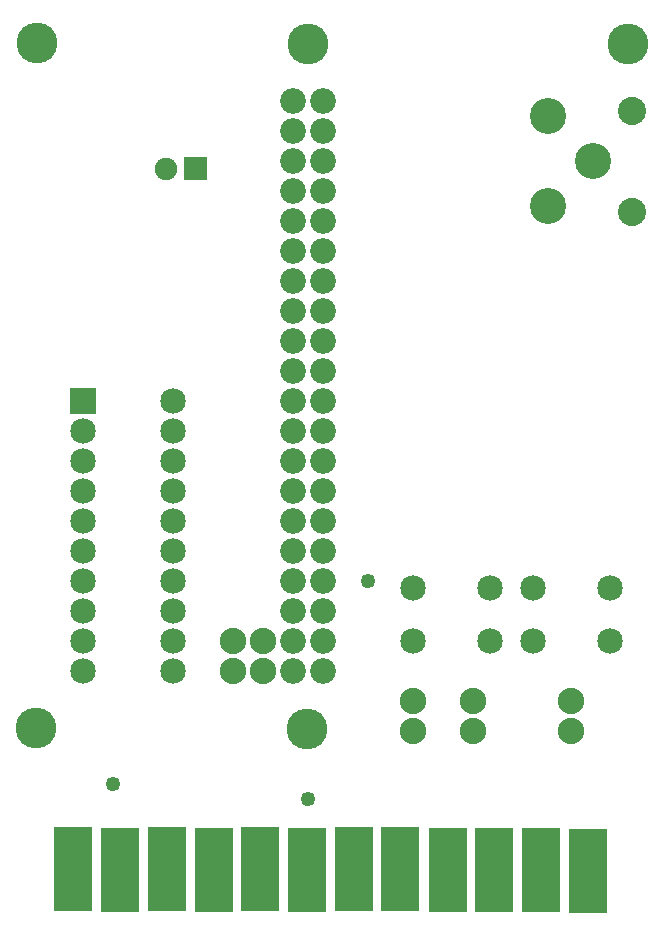
<source format=gbs>
G04 MADE WITH FRITZING*
G04 WWW.FRITZING.ORG*
G04 DOUBLE SIDED*
G04 HOLES PLATED*
G04 CONTOUR ON CENTER OF CONTOUR VECTOR*
%ASAXBY*%
%FSLAX23Y23*%
%MOIN*%
%OFA0B0*%
%SFA1.0B1.0*%
%ADD10C,0.085361*%
%ADD11C,0.049370*%
%ADD12C,0.085000*%
%ADD13C,0.120551*%
%ADD14C,0.094000*%
%ADD15C,0.088000*%
%ADD16C,0.135984*%
%ADD17C,0.075000*%
%ADD18R,0.085000X0.085000*%
%ADD19R,0.129522X0.280594*%
%ADD20R,0.061181X0.151823*%
%ADD21R,0.001000X0.001000*%
%LNMASK0*%
G90*
G70*
G54D10*
X988Y2708D03*
X988Y2608D03*
X988Y2508D03*
X988Y2408D03*
X988Y2308D03*
X988Y2208D03*
X988Y2108D03*
X988Y2008D03*
X988Y1908D03*
X988Y1808D03*
X988Y1708D03*
X988Y1608D03*
X988Y1508D03*
X988Y1408D03*
X988Y1308D03*
X988Y1208D03*
X988Y1108D03*
X988Y1008D03*
X988Y908D03*
X988Y808D03*
X1088Y808D03*
X1088Y908D03*
X1088Y1008D03*
X1088Y1108D03*
X1088Y1208D03*
X1088Y1308D03*
X1088Y1408D03*
X1088Y1508D03*
X1088Y1608D03*
X1088Y1708D03*
X1088Y1808D03*
X1088Y1908D03*
X1088Y2008D03*
X1088Y2108D03*
X1088Y2208D03*
X1088Y2308D03*
X1088Y2408D03*
X1088Y2508D03*
X1088Y2608D03*
X1088Y2708D03*
G54D11*
X388Y433D03*
G54D12*
X288Y1708D03*
X588Y1708D03*
X288Y1608D03*
X588Y1608D03*
X288Y1508D03*
X588Y1508D03*
X288Y1408D03*
X588Y1408D03*
X288Y1308D03*
X588Y1308D03*
X288Y1208D03*
X588Y1208D03*
X288Y1108D03*
X588Y1108D03*
X288Y1008D03*
X588Y1008D03*
X288Y908D03*
X588Y908D03*
X288Y808D03*
X588Y808D03*
G54D13*
X1988Y2508D03*
X1838Y2358D03*
X1838Y2658D03*
G54D14*
X2118Y2340D03*
X2118Y2675D03*
G54D15*
X1913Y708D03*
X1913Y608D03*
G54D12*
X2044Y908D03*
X1788Y908D03*
X2044Y1085D03*
X1788Y1085D03*
X1644Y908D03*
X1388Y908D03*
X1644Y1085D03*
X1388Y1085D03*
G54D15*
X1588Y708D03*
X1588Y608D03*
X1388Y708D03*
X1388Y608D03*
G54D16*
X2105Y2898D03*
X132Y619D03*
X134Y2902D03*
X1038Y2898D03*
X1036Y615D03*
G54D15*
X888Y908D03*
X888Y808D03*
X788Y908D03*
X788Y808D03*
G54D11*
X1237Y1107D03*
G54D17*
X663Y2483D03*
X563Y2483D03*
G54D11*
X1038Y383D03*
G54D18*
X288Y1708D03*
G54D19*
X1659Y144D03*
X255Y150D03*
X1970Y143D03*
X1816Y146D03*
X1503Y144D03*
X1346Y147D03*
X1191Y148D03*
X1035Y144D03*
X879Y147D03*
X724Y146D03*
X568Y147D03*
X410Y146D03*
G54D20*
X1499Y158D03*
X415Y158D03*
X1971Y147D03*
X1024Y155D03*
X1194Y155D03*
X1671Y155D03*
X1345Y155D03*
X564Y155D03*
X1815Y155D03*
X873Y155D03*
X715Y155D03*
X232Y167D03*
G54D21*
X626Y2520D02*
X700Y2520D01*
X626Y2519D02*
X700Y2519D01*
X626Y2518D02*
X700Y2518D01*
X626Y2517D02*
X700Y2517D01*
X626Y2516D02*
X700Y2516D01*
X626Y2515D02*
X700Y2515D01*
X626Y2514D02*
X700Y2514D01*
X626Y2513D02*
X700Y2513D01*
X626Y2512D02*
X700Y2512D01*
X626Y2511D02*
X700Y2511D01*
X626Y2510D02*
X700Y2510D01*
X626Y2509D02*
X700Y2509D01*
X626Y2508D02*
X700Y2508D01*
X626Y2507D02*
X700Y2507D01*
X626Y2506D02*
X700Y2506D01*
X626Y2505D02*
X700Y2505D01*
X626Y2504D02*
X700Y2504D01*
X626Y2503D02*
X700Y2503D01*
X626Y2502D02*
X700Y2502D01*
X626Y2501D02*
X700Y2501D01*
X626Y2500D02*
X700Y2500D01*
X626Y2499D02*
X700Y2499D01*
X626Y2498D02*
X700Y2498D01*
X626Y2497D02*
X700Y2497D01*
X626Y2496D02*
X700Y2496D01*
X626Y2495D02*
X700Y2495D01*
X626Y2494D02*
X700Y2494D01*
X626Y2493D02*
X700Y2493D01*
X626Y2492D02*
X662Y2492D01*
X664Y2492D02*
X700Y2492D01*
X626Y2491D02*
X658Y2491D01*
X667Y2491D02*
X700Y2491D01*
X626Y2490D02*
X657Y2490D01*
X669Y2490D02*
X700Y2490D01*
X626Y2489D02*
X656Y2489D01*
X670Y2489D02*
X700Y2489D01*
X626Y2488D02*
X655Y2488D01*
X671Y2488D02*
X700Y2488D01*
X626Y2487D02*
X654Y2487D01*
X671Y2487D02*
X700Y2487D01*
X626Y2486D02*
X654Y2486D01*
X672Y2486D02*
X700Y2486D01*
X626Y2485D02*
X654Y2485D01*
X672Y2485D02*
X700Y2485D01*
X626Y2484D02*
X654Y2484D01*
X672Y2484D02*
X700Y2484D01*
X626Y2483D02*
X653Y2483D01*
X672Y2483D02*
X700Y2483D01*
X626Y2482D02*
X654Y2482D01*
X672Y2482D02*
X700Y2482D01*
X626Y2481D02*
X654Y2481D01*
X672Y2481D02*
X700Y2481D01*
X626Y2480D02*
X654Y2480D01*
X671Y2480D02*
X700Y2480D01*
X626Y2479D02*
X655Y2479D01*
X671Y2479D02*
X700Y2479D01*
X626Y2478D02*
X655Y2478D01*
X670Y2478D02*
X700Y2478D01*
X626Y2477D02*
X656Y2477D01*
X669Y2477D02*
X700Y2477D01*
X626Y2476D02*
X657Y2476D01*
X668Y2476D02*
X700Y2476D01*
X626Y2475D02*
X659Y2475D01*
X666Y2475D02*
X700Y2475D01*
X626Y2474D02*
X700Y2474D01*
X626Y2473D02*
X700Y2473D01*
X626Y2472D02*
X700Y2472D01*
X626Y2471D02*
X700Y2471D01*
X626Y2470D02*
X700Y2470D01*
X626Y2469D02*
X700Y2469D01*
X626Y2468D02*
X700Y2468D01*
X626Y2467D02*
X700Y2467D01*
X626Y2466D02*
X700Y2466D01*
X626Y2465D02*
X700Y2465D01*
X626Y2464D02*
X700Y2464D01*
X626Y2463D02*
X700Y2463D01*
X626Y2462D02*
X700Y2462D01*
X626Y2461D02*
X700Y2461D01*
X626Y2460D02*
X700Y2460D01*
X626Y2459D02*
X700Y2459D01*
X626Y2458D02*
X700Y2458D01*
X626Y2457D02*
X700Y2457D01*
X626Y2456D02*
X700Y2456D01*
X626Y2455D02*
X700Y2455D01*
X626Y2454D02*
X700Y2454D01*
X626Y2453D02*
X700Y2453D01*
X626Y2452D02*
X700Y2452D01*
X626Y2451D02*
X700Y2451D01*
X626Y2450D02*
X700Y2450D01*
X626Y2449D02*
X700Y2449D01*
X626Y2448D02*
X700Y2448D01*
X626Y2447D02*
X700Y2447D01*
X626Y2446D02*
X700Y2446D01*
D02*
G04 End of Mask0*
M02*
</source>
